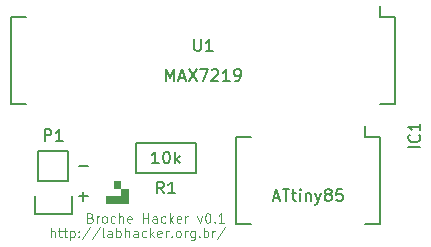
<source format=gto>
G04 #@! TF.FileFunction,Legend,Top*
%FSLAX46Y46*%
G04 Gerber Fmt 4.6, Leading zero omitted, Abs format (unit mm)*
G04 Created by KiCad (PCBNEW 4.0.2+e4-6225~38~ubuntu14.04.1-stable) date Seg 01 Ago 2016 19:20:02 BRT*
%MOMM*%
G01*
G04 APERTURE LIST*
%ADD10C,0.100000*%
%ADD11C,0.200000*%
%ADD12C,0.120000*%
%ADD13C,0.150000*%
G04 APERTURE END LIST*
D10*
D11*
X190111428Y-108116667D02*
X190587619Y-108116667D01*
X190016190Y-108402381D02*
X190349523Y-107402381D01*
X190682857Y-108402381D01*
X190873333Y-107402381D02*
X191444762Y-107402381D01*
X191159047Y-108402381D02*
X191159047Y-107402381D01*
X191635238Y-107735714D02*
X192016190Y-107735714D01*
X191778095Y-107402381D02*
X191778095Y-108259524D01*
X191825714Y-108354762D01*
X191920952Y-108402381D01*
X192016190Y-108402381D01*
X192349524Y-108402381D02*
X192349524Y-107735714D01*
X192349524Y-107402381D02*
X192301905Y-107450000D01*
X192349524Y-107497619D01*
X192397143Y-107450000D01*
X192349524Y-107402381D01*
X192349524Y-107497619D01*
X192825714Y-107735714D02*
X192825714Y-108402381D01*
X192825714Y-107830952D02*
X192873333Y-107783333D01*
X192968571Y-107735714D01*
X193111429Y-107735714D01*
X193206667Y-107783333D01*
X193254286Y-107878571D01*
X193254286Y-108402381D01*
X193635238Y-107735714D02*
X193873333Y-108402381D01*
X194111429Y-107735714D02*
X193873333Y-108402381D01*
X193778095Y-108640476D01*
X193730476Y-108688095D01*
X193635238Y-108735714D01*
X194635238Y-107830952D02*
X194540000Y-107783333D01*
X194492381Y-107735714D01*
X194444762Y-107640476D01*
X194444762Y-107592857D01*
X194492381Y-107497619D01*
X194540000Y-107450000D01*
X194635238Y-107402381D01*
X194825715Y-107402381D01*
X194920953Y-107450000D01*
X194968572Y-107497619D01*
X195016191Y-107592857D01*
X195016191Y-107640476D01*
X194968572Y-107735714D01*
X194920953Y-107783333D01*
X194825715Y-107830952D01*
X194635238Y-107830952D01*
X194540000Y-107878571D01*
X194492381Y-107926190D01*
X194444762Y-108021429D01*
X194444762Y-108211905D01*
X194492381Y-108307143D01*
X194540000Y-108354762D01*
X194635238Y-108402381D01*
X194825715Y-108402381D01*
X194920953Y-108354762D01*
X194968572Y-108307143D01*
X195016191Y-108211905D01*
X195016191Y-108021429D01*
X194968572Y-107926190D01*
X194920953Y-107878571D01*
X194825715Y-107830952D01*
X195920953Y-107402381D02*
X195444762Y-107402381D01*
X195397143Y-107878571D01*
X195444762Y-107830952D01*
X195540000Y-107783333D01*
X195778096Y-107783333D01*
X195873334Y-107830952D01*
X195920953Y-107878571D01*
X195968572Y-107973810D01*
X195968572Y-108211905D01*
X195920953Y-108307143D01*
X195873334Y-108354762D01*
X195778096Y-108402381D01*
X195540000Y-108402381D01*
X195444762Y-108354762D01*
X195397143Y-108307143D01*
D12*
X174588333Y-109812857D02*
X174702619Y-109850952D01*
X174740714Y-109889048D01*
X174778809Y-109965238D01*
X174778809Y-110079524D01*
X174740714Y-110155714D01*
X174702619Y-110193810D01*
X174626428Y-110231905D01*
X174321666Y-110231905D01*
X174321666Y-109431905D01*
X174588333Y-109431905D01*
X174664523Y-109470000D01*
X174702619Y-109508095D01*
X174740714Y-109584286D01*
X174740714Y-109660476D01*
X174702619Y-109736667D01*
X174664523Y-109774762D01*
X174588333Y-109812857D01*
X174321666Y-109812857D01*
X175121666Y-110231905D02*
X175121666Y-109698571D01*
X175121666Y-109850952D02*
X175159761Y-109774762D01*
X175197857Y-109736667D01*
X175274047Y-109698571D01*
X175350238Y-109698571D01*
X175731190Y-110231905D02*
X175654999Y-110193810D01*
X175616904Y-110155714D01*
X175578809Y-110079524D01*
X175578809Y-109850952D01*
X175616904Y-109774762D01*
X175654999Y-109736667D01*
X175731190Y-109698571D01*
X175845476Y-109698571D01*
X175921666Y-109736667D01*
X175959761Y-109774762D01*
X175997857Y-109850952D01*
X175997857Y-110079524D01*
X175959761Y-110155714D01*
X175921666Y-110193810D01*
X175845476Y-110231905D01*
X175731190Y-110231905D01*
X176683571Y-110193810D02*
X176607381Y-110231905D01*
X176455000Y-110231905D01*
X176378809Y-110193810D01*
X176340714Y-110155714D01*
X176302619Y-110079524D01*
X176302619Y-109850952D01*
X176340714Y-109774762D01*
X176378809Y-109736667D01*
X176455000Y-109698571D01*
X176607381Y-109698571D01*
X176683571Y-109736667D01*
X177026428Y-110231905D02*
X177026428Y-109431905D01*
X177369285Y-110231905D02*
X177369285Y-109812857D01*
X177331190Y-109736667D01*
X177255000Y-109698571D01*
X177140714Y-109698571D01*
X177064523Y-109736667D01*
X177026428Y-109774762D01*
X178055000Y-110193810D02*
X177978810Y-110231905D01*
X177826429Y-110231905D01*
X177750238Y-110193810D01*
X177712143Y-110117619D01*
X177712143Y-109812857D01*
X177750238Y-109736667D01*
X177826429Y-109698571D01*
X177978810Y-109698571D01*
X178055000Y-109736667D01*
X178093095Y-109812857D01*
X178093095Y-109889048D01*
X177712143Y-109965238D01*
X179045476Y-110231905D02*
X179045476Y-109431905D01*
X179045476Y-109812857D02*
X179502619Y-109812857D01*
X179502619Y-110231905D02*
X179502619Y-109431905D01*
X180226428Y-110231905D02*
X180226428Y-109812857D01*
X180188333Y-109736667D01*
X180112143Y-109698571D01*
X179959762Y-109698571D01*
X179883571Y-109736667D01*
X180226428Y-110193810D02*
X180150238Y-110231905D01*
X179959762Y-110231905D01*
X179883571Y-110193810D01*
X179845476Y-110117619D01*
X179845476Y-110041429D01*
X179883571Y-109965238D01*
X179959762Y-109927143D01*
X180150238Y-109927143D01*
X180226428Y-109889048D01*
X180950238Y-110193810D02*
X180874048Y-110231905D01*
X180721667Y-110231905D01*
X180645476Y-110193810D01*
X180607381Y-110155714D01*
X180569286Y-110079524D01*
X180569286Y-109850952D01*
X180607381Y-109774762D01*
X180645476Y-109736667D01*
X180721667Y-109698571D01*
X180874048Y-109698571D01*
X180950238Y-109736667D01*
X181293095Y-110231905D02*
X181293095Y-109431905D01*
X181369286Y-109927143D02*
X181597857Y-110231905D01*
X181597857Y-109698571D02*
X181293095Y-110003333D01*
X182245476Y-110193810D02*
X182169286Y-110231905D01*
X182016905Y-110231905D01*
X181940714Y-110193810D01*
X181902619Y-110117619D01*
X181902619Y-109812857D01*
X181940714Y-109736667D01*
X182016905Y-109698571D01*
X182169286Y-109698571D01*
X182245476Y-109736667D01*
X182283571Y-109812857D01*
X182283571Y-109889048D01*
X181902619Y-109965238D01*
X182626428Y-110231905D02*
X182626428Y-109698571D01*
X182626428Y-109850952D02*
X182664523Y-109774762D01*
X182702619Y-109736667D01*
X182778809Y-109698571D01*
X182855000Y-109698571D01*
X183655000Y-109698571D02*
X183845476Y-110231905D01*
X184035952Y-109698571D01*
X184493095Y-109431905D02*
X184569286Y-109431905D01*
X184645476Y-109470000D01*
X184683571Y-109508095D01*
X184721667Y-109584286D01*
X184759762Y-109736667D01*
X184759762Y-109927143D01*
X184721667Y-110079524D01*
X184683571Y-110155714D01*
X184645476Y-110193810D01*
X184569286Y-110231905D01*
X184493095Y-110231905D01*
X184416905Y-110193810D01*
X184378809Y-110155714D01*
X184340714Y-110079524D01*
X184302619Y-109927143D01*
X184302619Y-109736667D01*
X184340714Y-109584286D01*
X184378809Y-109508095D01*
X184416905Y-109470000D01*
X184493095Y-109431905D01*
X185102619Y-110155714D02*
X185140714Y-110193810D01*
X185102619Y-110231905D01*
X185064524Y-110193810D01*
X185102619Y-110155714D01*
X185102619Y-110231905D01*
X185902619Y-110231905D02*
X185445476Y-110231905D01*
X185674047Y-110231905D02*
X185674047Y-109431905D01*
X185597857Y-109546190D01*
X185521666Y-109622381D01*
X185445476Y-109660476D01*
X171235950Y-111471905D02*
X171235950Y-110671905D01*
X171578807Y-111471905D02*
X171578807Y-111052857D01*
X171540712Y-110976667D01*
X171464522Y-110938571D01*
X171350236Y-110938571D01*
X171274045Y-110976667D01*
X171235950Y-111014762D01*
X171845474Y-110938571D02*
X172150236Y-110938571D01*
X171959760Y-110671905D02*
X171959760Y-111357619D01*
X171997855Y-111433810D01*
X172074046Y-111471905D01*
X172150236Y-111471905D01*
X172302617Y-110938571D02*
X172607379Y-110938571D01*
X172416903Y-110671905D02*
X172416903Y-111357619D01*
X172454998Y-111433810D01*
X172531189Y-111471905D01*
X172607379Y-111471905D01*
X172874046Y-110938571D02*
X172874046Y-111738571D01*
X172874046Y-110976667D02*
X172950237Y-110938571D01*
X173102618Y-110938571D01*
X173178808Y-110976667D01*
X173216903Y-111014762D01*
X173254999Y-111090952D01*
X173254999Y-111319524D01*
X173216903Y-111395714D01*
X173178808Y-111433810D01*
X173102618Y-111471905D01*
X172950237Y-111471905D01*
X172874046Y-111433810D01*
X173597856Y-111395714D02*
X173635951Y-111433810D01*
X173597856Y-111471905D01*
X173559761Y-111433810D01*
X173597856Y-111395714D01*
X173597856Y-111471905D01*
X173597856Y-110976667D02*
X173635951Y-111014762D01*
X173597856Y-111052857D01*
X173559761Y-111014762D01*
X173597856Y-110976667D01*
X173597856Y-111052857D01*
X174550237Y-110633810D02*
X173864522Y-111662381D01*
X175388332Y-110633810D02*
X174702617Y-111662381D01*
X175769284Y-111471905D02*
X175693093Y-111433810D01*
X175654998Y-111357619D01*
X175654998Y-110671905D01*
X176416903Y-111471905D02*
X176416903Y-111052857D01*
X176378808Y-110976667D01*
X176302618Y-110938571D01*
X176150237Y-110938571D01*
X176074046Y-110976667D01*
X176416903Y-111433810D02*
X176340713Y-111471905D01*
X176150237Y-111471905D01*
X176074046Y-111433810D01*
X176035951Y-111357619D01*
X176035951Y-111281429D01*
X176074046Y-111205238D01*
X176150237Y-111167143D01*
X176340713Y-111167143D01*
X176416903Y-111129048D01*
X176797856Y-111471905D02*
X176797856Y-110671905D01*
X176797856Y-110976667D02*
X176874047Y-110938571D01*
X177026428Y-110938571D01*
X177102618Y-110976667D01*
X177140713Y-111014762D01*
X177178809Y-111090952D01*
X177178809Y-111319524D01*
X177140713Y-111395714D01*
X177102618Y-111433810D01*
X177026428Y-111471905D01*
X176874047Y-111471905D01*
X176797856Y-111433810D01*
X177521666Y-111471905D02*
X177521666Y-110671905D01*
X177864523Y-111471905D02*
X177864523Y-111052857D01*
X177826428Y-110976667D01*
X177750238Y-110938571D01*
X177635952Y-110938571D01*
X177559761Y-110976667D01*
X177521666Y-111014762D01*
X178588333Y-111471905D02*
X178588333Y-111052857D01*
X178550238Y-110976667D01*
X178474048Y-110938571D01*
X178321667Y-110938571D01*
X178245476Y-110976667D01*
X178588333Y-111433810D02*
X178512143Y-111471905D01*
X178321667Y-111471905D01*
X178245476Y-111433810D01*
X178207381Y-111357619D01*
X178207381Y-111281429D01*
X178245476Y-111205238D01*
X178321667Y-111167143D01*
X178512143Y-111167143D01*
X178588333Y-111129048D01*
X179312143Y-111433810D02*
X179235953Y-111471905D01*
X179083572Y-111471905D01*
X179007381Y-111433810D01*
X178969286Y-111395714D01*
X178931191Y-111319524D01*
X178931191Y-111090952D01*
X178969286Y-111014762D01*
X179007381Y-110976667D01*
X179083572Y-110938571D01*
X179235953Y-110938571D01*
X179312143Y-110976667D01*
X179655000Y-111471905D02*
X179655000Y-110671905D01*
X179731191Y-111167143D02*
X179959762Y-111471905D01*
X179959762Y-110938571D02*
X179655000Y-111243333D01*
X180607381Y-111433810D02*
X180531191Y-111471905D01*
X180378810Y-111471905D01*
X180302619Y-111433810D01*
X180264524Y-111357619D01*
X180264524Y-111052857D01*
X180302619Y-110976667D01*
X180378810Y-110938571D01*
X180531191Y-110938571D01*
X180607381Y-110976667D01*
X180645476Y-111052857D01*
X180645476Y-111129048D01*
X180264524Y-111205238D01*
X180988333Y-111471905D02*
X180988333Y-110938571D01*
X180988333Y-111090952D02*
X181026428Y-111014762D01*
X181064524Y-110976667D01*
X181140714Y-110938571D01*
X181216905Y-110938571D01*
X181483571Y-111395714D02*
X181521666Y-111433810D01*
X181483571Y-111471905D01*
X181445476Y-111433810D01*
X181483571Y-111395714D01*
X181483571Y-111471905D01*
X181978809Y-111471905D02*
X181902618Y-111433810D01*
X181864523Y-111395714D01*
X181826428Y-111319524D01*
X181826428Y-111090952D01*
X181864523Y-111014762D01*
X181902618Y-110976667D01*
X181978809Y-110938571D01*
X182093095Y-110938571D01*
X182169285Y-110976667D01*
X182207380Y-111014762D01*
X182245476Y-111090952D01*
X182245476Y-111319524D01*
X182207380Y-111395714D01*
X182169285Y-111433810D01*
X182093095Y-111471905D01*
X181978809Y-111471905D01*
X182588333Y-111471905D02*
X182588333Y-110938571D01*
X182588333Y-111090952D02*
X182626428Y-111014762D01*
X182664524Y-110976667D01*
X182740714Y-110938571D01*
X182816905Y-110938571D01*
X183426428Y-110938571D02*
X183426428Y-111586190D01*
X183388333Y-111662381D01*
X183350238Y-111700476D01*
X183274047Y-111738571D01*
X183159762Y-111738571D01*
X183083571Y-111700476D01*
X183426428Y-111433810D02*
X183350238Y-111471905D01*
X183197857Y-111471905D01*
X183121666Y-111433810D01*
X183083571Y-111395714D01*
X183045476Y-111319524D01*
X183045476Y-111090952D01*
X183083571Y-111014762D01*
X183121666Y-110976667D01*
X183197857Y-110938571D01*
X183350238Y-110938571D01*
X183426428Y-110976667D01*
X183807381Y-111395714D02*
X183845476Y-111433810D01*
X183807381Y-111471905D01*
X183769286Y-111433810D01*
X183807381Y-111395714D01*
X183807381Y-111471905D01*
X184188333Y-111471905D02*
X184188333Y-110671905D01*
X184188333Y-110976667D02*
X184264524Y-110938571D01*
X184416905Y-110938571D01*
X184493095Y-110976667D01*
X184531190Y-111014762D01*
X184569286Y-111090952D01*
X184569286Y-111319524D01*
X184531190Y-111395714D01*
X184493095Y-111433810D01*
X184416905Y-111471905D01*
X184264524Y-111471905D01*
X184188333Y-111433810D01*
X184912143Y-111471905D02*
X184912143Y-110938571D01*
X184912143Y-111090952D02*
X184950238Y-111014762D01*
X184988334Y-110976667D01*
X185064524Y-110938571D01*
X185140715Y-110938571D01*
X185978810Y-110633810D02*
X185293095Y-111662381D01*
D11*
X173609048Y-108021429D02*
X174370953Y-108021429D01*
X173990001Y-108402381D02*
X173990001Y-107640476D01*
X173609048Y-105481429D02*
X174370953Y-105481429D01*
X181007143Y-98242381D02*
X181007143Y-97242381D01*
X181340477Y-97956667D01*
X181673810Y-97242381D01*
X181673810Y-98242381D01*
X182102381Y-97956667D02*
X182578572Y-97956667D01*
X182007143Y-98242381D02*
X182340476Y-97242381D01*
X182673810Y-98242381D01*
X182911905Y-97242381D02*
X183578572Y-98242381D01*
X183578572Y-97242381D02*
X182911905Y-98242381D01*
X183864286Y-97242381D02*
X184530953Y-97242381D01*
X184102381Y-98242381D01*
X184864286Y-97337619D02*
X184911905Y-97290000D01*
X185007143Y-97242381D01*
X185245239Y-97242381D01*
X185340477Y-97290000D01*
X185388096Y-97337619D01*
X185435715Y-97432857D01*
X185435715Y-97528095D01*
X185388096Y-97670952D01*
X184816667Y-98242381D01*
X185435715Y-98242381D01*
X186388096Y-98242381D02*
X185816667Y-98242381D01*
X186102381Y-98242381D02*
X186102381Y-97242381D01*
X186007143Y-97385238D01*
X185911905Y-97480476D01*
X185816667Y-97528095D01*
X186864286Y-98242381D02*
X187054762Y-98242381D01*
X187150001Y-98194762D01*
X187197620Y-98147143D01*
X187292858Y-98004286D01*
X187340477Y-97813810D01*
X187340477Y-97432857D01*
X187292858Y-97337619D01*
X187245239Y-97290000D01*
X187150001Y-97242381D01*
X186959524Y-97242381D01*
X186864286Y-97290000D01*
X186816667Y-97337619D01*
X186769048Y-97432857D01*
X186769048Y-97670952D01*
X186816667Y-97766190D01*
X186864286Y-97813810D01*
X186959524Y-97861429D01*
X187150001Y-97861429D01*
X187245239Y-97813810D01*
X187292858Y-97766190D01*
X187340477Y-97670952D01*
D13*
X200415000Y-92845000D02*
X199145000Y-92845000D01*
X200415000Y-100195000D02*
X199145000Y-100195000D01*
X167885000Y-100195000D02*
X169155000Y-100195000D01*
X167885000Y-92845000D02*
X169155000Y-92845000D01*
X200415000Y-92845000D02*
X200415000Y-100195000D01*
X167885000Y-92845000D02*
X167885000Y-100195000D01*
X199145000Y-92845000D02*
X199145000Y-91910000D01*
X170180000Y-106680000D02*
X170180000Y-104140000D01*
X169900000Y-109500000D02*
X169900000Y-107950000D01*
X170180000Y-106680000D02*
X172720000Y-106680000D01*
X173000000Y-107950000D02*
X173000000Y-109500000D01*
X173000000Y-109500000D02*
X169900000Y-109500000D01*
X172720000Y-106680000D02*
X172720000Y-104140000D01*
X172720000Y-104140000D02*
X170180000Y-104140000D01*
X183515000Y-106045000D02*
X178435000Y-106045000D01*
X178435000Y-106045000D02*
X178435000Y-103505000D01*
X178435000Y-103505000D02*
X183515000Y-103505000D01*
X183515000Y-103505000D02*
X183515000Y-106045000D01*
X199145000Y-103005000D02*
X197875000Y-103005000D01*
X199145000Y-110355000D02*
X197875000Y-110355000D01*
X186935000Y-110355000D02*
X188205000Y-110355000D01*
X186935000Y-103005000D02*
X188205000Y-103005000D01*
X199145000Y-103005000D02*
X199145000Y-110355000D01*
X186935000Y-103005000D02*
X186935000Y-110355000D01*
X197875000Y-103005000D02*
X197875000Y-102070000D01*
X183388095Y-94702381D02*
X183388095Y-95511905D01*
X183435714Y-95607143D01*
X183483333Y-95654762D01*
X183578571Y-95702381D01*
X183769048Y-95702381D01*
X183864286Y-95654762D01*
X183911905Y-95607143D01*
X183959524Y-95511905D01*
X183959524Y-94702381D01*
X184959524Y-95702381D02*
X184388095Y-95702381D01*
X184673809Y-95702381D02*
X184673809Y-94702381D01*
X184578571Y-94845238D01*
X184483333Y-94940476D01*
X184388095Y-94988095D01*
X170711905Y-103322381D02*
X170711905Y-102322381D01*
X171092858Y-102322381D01*
X171188096Y-102370000D01*
X171235715Y-102417619D01*
X171283334Y-102512857D01*
X171283334Y-102655714D01*
X171235715Y-102750952D01*
X171188096Y-102798571D01*
X171092858Y-102846190D01*
X170711905Y-102846190D01*
X172235715Y-103322381D02*
X171664286Y-103322381D01*
X171950000Y-103322381D02*
X171950000Y-102322381D01*
X171854762Y-102465238D01*
X171759524Y-102560476D01*
X171664286Y-102608095D01*
X180808334Y-107767381D02*
X180475000Y-107291190D01*
X180236905Y-107767381D02*
X180236905Y-106767381D01*
X180617858Y-106767381D01*
X180713096Y-106815000D01*
X180760715Y-106862619D01*
X180808334Y-106957857D01*
X180808334Y-107100714D01*
X180760715Y-107195952D01*
X180713096Y-107243571D01*
X180617858Y-107291190D01*
X180236905Y-107291190D01*
X181760715Y-107767381D02*
X181189286Y-107767381D01*
X181475000Y-107767381D02*
X181475000Y-106767381D01*
X181379762Y-106910238D01*
X181284524Y-107005476D01*
X181189286Y-107053095D01*
X180379762Y-105227381D02*
X179808333Y-105227381D01*
X180094047Y-105227381D02*
X180094047Y-104227381D01*
X179998809Y-104370238D01*
X179903571Y-104465476D01*
X179808333Y-104513095D01*
X180998809Y-104227381D02*
X181094048Y-104227381D01*
X181189286Y-104275000D01*
X181236905Y-104322619D01*
X181284524Y-104417857D01*
X181332143Y-104608333D01*
X181332143Y-104846429D01*
X181284524Y-105036905D01*
X181236905Y-105132143D01*
X181189286Y-105179762D01*
X181094048Y-105227381D01*
X180998809Y-105227381D01*
X180903571Y-105179762D01*
X180855952Y-105132143D01*
X180808333Y-105036905D01*
X180760714Y-104846429D01*
X180760714Y-104608333D01*
X180808333Y-104417857D01*
X180855952Y-104322619D01*
X180903571Y-104275000D01*
X180998809Y-104227381D01*
X181760714Y-105227381D02*
X181760714Y-104227381D01*
X181855952Y-104846429D02*
X182141667Y-105227381D01*
X182141667Y-104560714D02*
X181760714Y-104941667D01*
X202522381Y-103846190D02*
X201522381Y-103846190D01*
X202427143Y-102798571D02*
X202474762Y-102846190D01*
X202522381Y-102989047D01*
X202522381Y-103084285D01*
X202474762Y-103227143D01*
X202379524Y-103322381D01*
X202284286Y-103370000D01*
X202093810Y-103417619D01*
X201950952Y-103417619D01*
X201760476Y-103370000D01*
X201665238Y-103322381D01*
X201570000Y-103227143D01*
X201522381Y-103084285D01*
X201522381Y-102989047D01*
X201570000Y-102846190D01*
X201617619Y-102798571D01*
X202522381Y-101846190D02*
X202522381Y-102417619D01*
X202522381Y-102131905D02*
X201522381Y-102131905D01*
X201665238Y-102227143D01*
X201760476Y-102322381D01*
X201808095Y-102417619D01*
D10*
G36*
X177750000Y-108535000D02*
X175945000Y-108535000D01*
X175945000Y-108000000D01*
X177165000Y-108000000D01*
X177184453Y-107996061D01*
X177200840Y-107984864D01*
X177211581Y-107968173D01*
X177215000Y-107950000D01*
X177215000Y-107365000D01*
X177750000Y-107365000D01*
X177750000Y-108535000D01*
X177750000Y-108535000D01*
G37*
X177750000Y-108535000D02*
X175945000Y-108535000D01*
X175945000Y-108000000D01*
X177165000Y-108000000D01*
X177184453Y-107996061D01*
X177200840Y-107984864D01*
X177211581Y-107968173D01*
X177215000Y-107950000D01*
X177215000Y-107365000D01*
X177750000Y-107365000D01*
X177750000Y-108535000D01*
G36*
X177115000Y-107265000D02*
X176580000Y-107265000D01*
X176580000Y-106730000D01*
X177115000Y-106730000D01*
X177115000Y-107265000D01*
X177115000Y-107265000D01*
G37*
X177115000Y-107265000D02*
X176580000Y-107265000D01*
X176580000Y-106730000D01*
X177115000Y-106730000D01*
X177115000Y-107265000D01*
M02*

</source>
